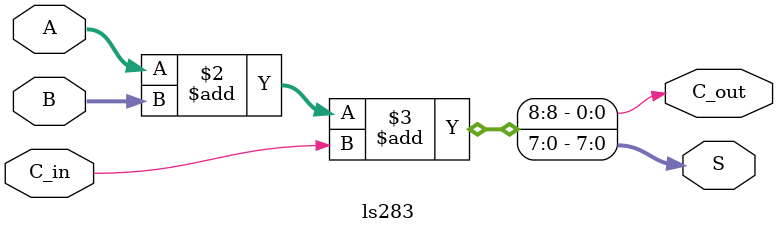
<source format=v>
module ls283(
	input C_in,
	input [7:0]A,
	input [7:0]B,
	output reg C_out,
	output reg [7:0]S
);

always@(*)
begin
	{C_out,S} = A + B + C_in;
end
endmodule
</source>
